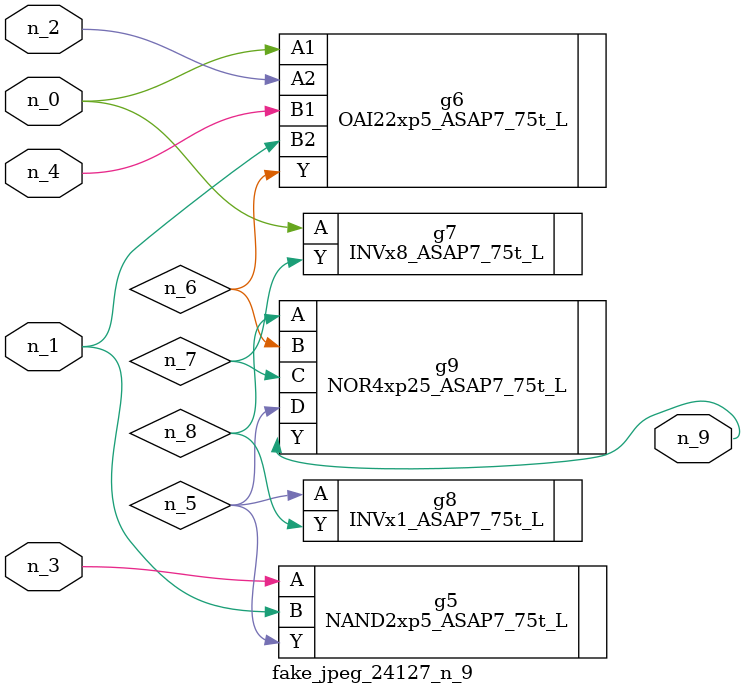
<source format=v>
module fake_jpeg_24127_n_9 (n_3, n_2, n_1, n_0, n_4, n_9);

input n_3;
input n_2;
input n_1;
input n_0;
input n_4;

output n_9;

wire n_8;
wire n_6;
wire n_5;
wire n_7;

NAND2xp5_ASAP7_75t_L g5 ( 
.A(n_3),
.B(n_1),
.Y(n_5)
);

OAI22xp5_ASAP7_75t_L g6 ( 
.A1(n_0),
.A2(n_2),
.B1(n_4),
.B2(n_1),
.Y(n_6)
);

INVx8_ASAP7_75t_L g7 ( 
.A(n_0),
.Y(n_7)
);

INVx1_ASAP7_75t_L g8 ( 
.A(n_5),
.Y(n_8)
);

NOR4xp25_ASAP7_75t_L g9 ( 
.A(n_8),
.B(n_6),
.C(n_7),
.D(n_5),
.Y(n_9)
);


endmodule
</source>
